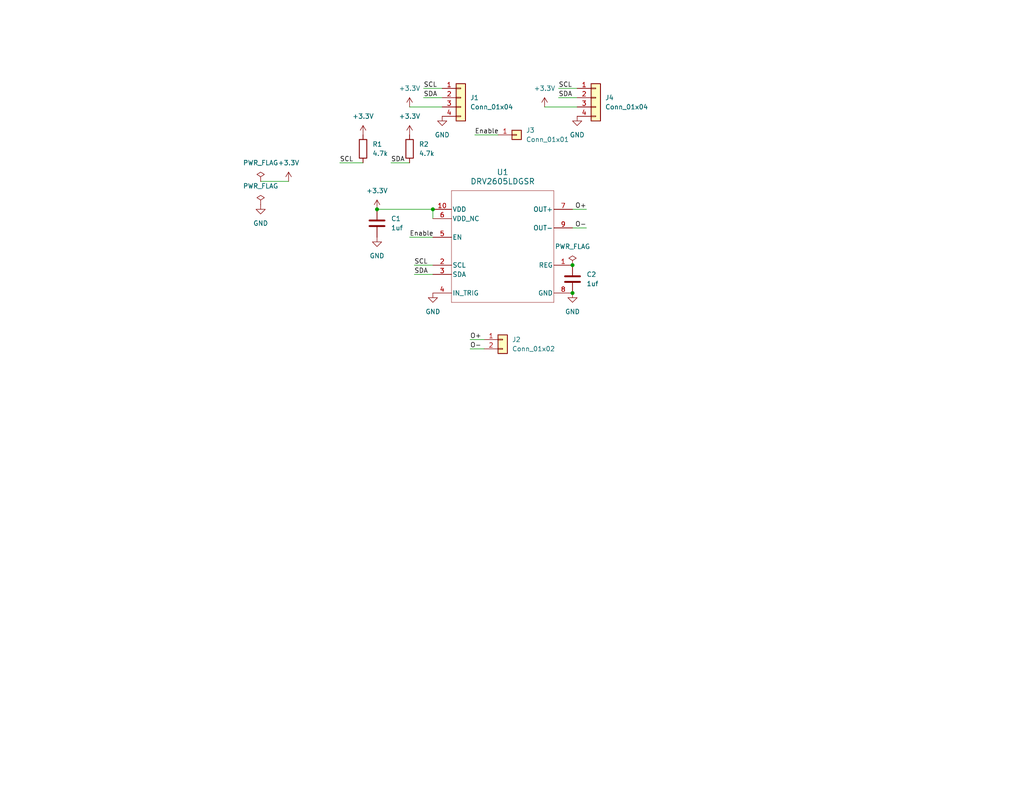
<source format=kicad_sch>
(kicad_sch (version 20230121) (generator eeschema)
  (paper "A")
  (title_block (title "DRV2605 Add-on Board for GP2040-CE") (date "2023-06-11") (rev "0") (company "BecauseI'mClever"))
  (lib_symbols
    (symbol "Connector_Generic:Conn_01x01" (pin_names (offset 1.016) hide)
      (property "Reference" "J" (at 0 2.54 0))
      (property "Value" "Conn_01x01" (at 0 -2.54 0))
      (symbol "Conn_01x01_1_1"
        (rectangle (start -1.27 0.127) (end 0 -0.127) (stroke (width 0.1524)))
        (rectangle (start -1.27 1.27) (end 1.27 -1.27) (stroke (width 0.254)) (fill (type background)))
        (pin passive line (at -5.08 0 0) (length 3.81) (name "Pin_1") (number "1"))
      )
    )
    (symbol "Connector_Generic:Conn_01x02" (pin_names (offset 1.016) hide)
      (property "Reference" "J" (at 0 2.54 0))
      (property "Value" "Conn_01x02" (at 0 -5.08 0))
      (symbol "Conn_01x02_1_1"
        (rectangle (start -1.27 -2.413) (end 0 -2.667) (stroke (width 0.1524)))
        (rectangle (start -1.27 0.127) (end 0 -0.127) (stroke (width 0.1524)))
        (rectangle (start -1.27 1.27) (end 1.27 -3.81) (stroke (width 0.254)) (fill (type background)))
        (pin passive line (at -5.08 0 0) (length 3.81) (name "Pin_1") (number "1"))
        (pin passive line (at -5.08 -2.54 0) (length 3.81) (name "Pin_2") (number "2"))
      )
    )
    (symbol "Connector_Generic:Conn_01x04" (pin_names (offset 1.016) hide)
      (property "Reference" "J" (at 0 5.08 0))
      (property "Value" "Conn_01x04" (at 0 -7.62 0))
      (symbol "Conn_01x04_1_1"
        (rectangle (start -1.27 -4.953) (end 0 -5.207) (stroke (width 0.1524)))
        (rectangle (start -1.27 -2.413) (end 0 -2.667) (stroke (width 0.1524)))
        (rectangle (start -1.27 0.127) (end 0 -0.127) (stroke (width 0.1524)))
        (rectangle (start -1.27 2.667) (end 0 2.413) (stroke (width 0.1524)))
        (rectangle (start -1.27 3.81) (end 1.27 -6.35) (stroke (width 0.254)) (fill (type background)))
        (pin passive line (at -5.08 2.54 0) (length 3.81) (name "Pin_1") (number "1"))
        (pin passive line (at -5.08 0 0) (length 3.81) (name "Pin_2") (number "2"))
        (pin passive line (at -5.08 -2.54 0) (length 3.81) (name "Pin_3") (number "3"))
        (pin passive line (at -5.08 -5.08 0) (length 3.81) (name "Pin_4") (number "4"))
      )
    )
    (symbol "DRV2605:DRV2605LDGSR" (pin_names (offset 0.254))
      (property "Reference" "U" (at 0 2.54 0))
      (property "Value" "DRV2605LDGSR" (at 0 0 0))
      (symbol "DRV2605LDGSR_0_1"
        (polyline (pts (xy -12.7 -15.24) (xy 15.24 -15.24)) (stroke (width 0.1016)))
        (polyline (pts (xy -12.7 15.24) (xy -12.7 -15.24)) (stroke (width 0.1016)))
        (polyline (pts (xy 15.24 -15.24) (xy 15.24 15.24)) (stroke (width 0.1016)))
        (polyline (pts (xy 15.24 15.24) (xy -12.7 15.24)) (stroke (width 0.1016)))
        (pin power_in line (at 20.32 -5.08 180) (length 5.08) (name "REG") (number "1"))
        (pin power_in line (at -17.78 10.16 0) (length 5.08) (name "VDD") (number "10"))
        (pin input line (at -17.78 -5.08 0) (length 5.08) (name "SCL") (number "2"))
        (pin bidirectional line (at -17.78 -7.62 0) (length 5.08) (name "SDA") (number "3"))
        (pin input line (at -17.78 -12.7 0) (length 5.08) (name "IN_TRIG") (number "4"))
        (pin input line (at -17.78 2.54 0) (length 5.08) (name "EN") (number "5"))
        (pin power_in line (at -17.78 7.62 0) (length 5.08) (name "VDD_NC") (number "6"))
        (pin output line (at 20.32 10.16 180) (length 5.08) (name "OUT+") (number "7"))
        (pin power_in line (at 20.32 -12.7 180) (length 5.08) (name "GND") (number "8"))
        (pin output line (at 20.32 5.08 180) (length 5.08) (name "OUT-") (number "9"))
      )
    )
    (symbol "Device:C" (pin_numbers hide) (pin_names (offset 0.254))
      (property "Reference" "C" (at 0.635 2.54 0))
      (property "Value" "C" (at 0.635 -2.54 0))
      (symbol "C_0_1"
        (polyline (pts (xy -2.032 -0.762) (xy 2.032 -0.762)) (stroke (width 0.508)))
        (polyline (pts (xy -2.032 0.762) (xy 2.032 0.762)) (stroke (width 0.508)))
      )
      (symbol "C_1_1"
        (pin passive line (at 0 3.81 270) (length 2.794) (name "~") (number "1"))
        (pin passive line (at 0 -3.81 90) (length 2.794) (name "~") (number "2"))
      )
    )
    (symbol "Device:R" (pin_numbers hide) (pin_names (offset 0))
      (property "Reference" "R" (at 2.032 0 90))
      (property "Value" "R" (at 0 0 90))
      (symbol "R_0_1"
        (rectangle (start -1.016 -2.54) (end 1.016 2.54) (stroke (width 0.254)))
      )
      (symbol "R_1_1"
        (pin passive line (at 0 3.81 270) (length 1.27) (name "~") (number "1"))
        (pin passive line (at 0 -3.81 90) (length 1.27) (name "~") (number "2"))
      )
    )
    (symbol "power:+3.3V" (power) (pin_names (offset 0))
      (property "Value" "+3.3V" (at 0 3.556 0))
      (symbol "+3.3V_0_1"
        (polyline (pts (xy -0.762 1.27) (xy 0 2.54)))
        (polyline (pts (xy 0 0) (xy 0 2.54)))
        (polyline (pts (xy 0 2.54) (xy 0.762 1.27)))
      )
      (symbol "+3.3V_1_1"
        (pin power_in line (at 0 0 90) (length 0) hide (name "+3.3V") (number "1"))
      )
    )
    (symbol "power:GND" (power) (pin_names (offset 0))
      (property "Value" "GND" (at 0 -3.81 0))
      (symbol "GND_0_1"
        (polyline (pts (xy 0 0) (xy 0 -1.27) (xy 1.27 -1.27) (xy 0 -2.54) (xy -1.27 -1.27) (xy 0 -1.27)))
      )
      (symbol "GND_1_1"
        (pin power_in line (at 0 0 270) (length 0) hide (name "GND") (number "1"))
      )
    )
    (symbol "power:PWR_FLAG" (power) (pin_numbers hide) (pin_names (offset 0) hide)
      (property "Value" "PWR_FLAG" (at 0 3.81 0))
      (symbol "PWR_FLAG_0_0"
        (pin power_out line (at 0 0 90) (length 0) (name "pwr") (number "1"))
      )
      (symbol "PWR_FLAG_0_1"
        (polyline (pts (xy 0 0) (xy 0 1.27) (xy -1.016 1.905) (xy 0 2.54) (xy 1.016 1.905) (xy 0 1.27)))
      )
    )
  )
  (junction (at 156.21 80.01))
  (junction (at 118.11 57.15))
  (junction (at 102.87 57.15))
  (junction (at 156.21 72.39))
  (wire (pts (xy 152.4 26.67) (xy 157.48 26.67)))
  (wire (pts (xy 111.76 64.77) (xy 118.11 64.77)))
  (wire (pts (xy 115.57 24.13) (xy 120.65 24.13)))
  (wire (pts (xy 113.03 72.39) (xy 118.11 72.39)))
  (wire (pts (xy 128.27 92.71) (xy 132.08 92.71)))
  (wire (pts (xy 111.76 29.21) (xy 120.65 29.21)))
  (wire (pts (xy 113.03 74.93) (xy 118.11 74.93)))
  (wire (pts (xy 102.87 57.15) (xy 118.11 57.15)))
  (wire (pts (xy 129.54 36.83) (xy 135.89 36.83)))
  (wire (pts (xy 92.71 44.45) (xy 99.06 44.45)))
  (wire (pts (xy 128.27 95.25) (xy 132.08 95.25)))
  (wire (pts (xy 160.02 62.23) (xy 156.21 62.23)))
  (wire (pts (xy 148.59 29.21) (xy 157.48 29.21)))
  (wire (pts (xy 71.12 49.53) (xy 78.74 49.53)))
  (wire (pts (xy 152.4 24.13) (xy 157.48 24.13)))
  (wire (pts (xy 115.57 26.67) (xy 120.65 26.67)))
  (wire (pts (xy 106.68 44.45) (xy 111.76 44.45)))
  (wire (pts (xy 118.11 57.15) (xy 118.11 59.69)))
  (wire (pts (xy 160.02 57.15) (xy 156.21 57.15)))
  (label "SDA" (at 115.57 26.67 0))
  (label "SDA" (at 152.4 26.67 0))
  (label "O+" (at 160.02 57.15 180))
  (label "O+" (at 128.27 92.71 0))
  (label "O-" (at 128.27 95.25 0))
  (label "Enable" (at 111.76 64.77 0))
  (label "SDA" (at 106.68 44.45 0))
  (label "SCL" (at 92.71 44.45 0))
  (label "SDA" (at 113.03 74.93 0))
  (label "SCL" (at 115.57 24.13 0))
  (label "SCL" (at 152.4 24.13 0))
  (label "Enable" (at 129.54 36.83 0))
  (label "O-" (at 160.02 62.23 180))
  (label "SCL" (at 113.03 72.39 0))
  (symbol (lib_id "DRV2605:DRV2605LDGSR") (at 135.89 67.31 0) (unit 1)
    (property "Reference" "U1" (at 137.16 46.99 0) (effects (font (size 1.524 1.524))))
    (property "Value" "DRV2605LDGSR" (at 137.16 49.53 0) (effects (font (size 1.524 1.524))))
    (property "Footprint" "DRV2605:DGS0010A" (effects hide))
    (property "Datasheet" "DRV2605LDGSR" (effects hide))
  )
  (symbol (lib_id "Connector_Generic:Conn_01x01") (at 140.97 36.83 0) (unit 1)
    (property "Reference" "J3" (at 143.51 35.56 0) (effects (justify left)))
    (property "Value" "Conn_01x01" (at 143.51 38.1 0) (effects (justify left)))
    (property "Footprint" "Connector_PinHeader_2.54mm:PinHeader_1x01_P2.54mm_Vertical" (effects hide))
  )
  (symbol (lib_id "Connector_Generic:Conn_01x02") (at 137.16 92.71 0) (unit 1)
    (property "Reference" "J2" (at 139.7 92.71 0) (effects (justify left)))
    (property "Value" "Conn_01x02" (at 139.7 95.25 0) (effects (justify left)))
    (property "Footprint" "Connector_JST:JST_SH_SM02B-SRSS-TB_1x02-1MP_P1.00mm_Horizontal" (effects hide))
  )
  (symbol (lib_id "Device:C") (at 156.21 76.2 0) (unit 1)
    (property "Reference" "C2" (at 160.02 74.93 0) (effects (justify left)))
    (property "Value" "1uf" (at 160.02 77.47 0) (effects (justify left)))
    (property "Footprint" "Capacitor_SMD:C_0603_1608Metric_Pad1.08x0.95mm_HandSolder" (effects hide))
  )
  (symbol (lib_id "Device:R") (at 111.76 40.64 0) (unit 1)
    (property "Reference" "R2" (at 114.3 39.37 0) (effects (justify left)))
    (property "Value" "4.7k" (at 114.3 41.91 0) (effects (justify left)))
    (property "Footprint" "Resistor_SMD:R_0603_1608Metric_Pad0.98x0.95mm_HandSolder" (effects hide))
  )
  (symbol (lib_id "Device:C") (at 102.87 60.96 0) (unit 1)
    (property "Reference" "C1" (at 106.68 59.69 0) (effects (justify left)))
    (property "Value" "1uf" (at 106.68 62.23 0) (effects (justify left)))
    (property "Footprint" "Capacitor_SMD:C_0603_1608Metric_Pad1.08x0.95mm_HandSolder" (effects hide))
  )
  (symbol (lib_id "power:+3.3V") (at 111.76 29.21 0) (unit 1)
    (property "Reference" "#PWR04" (effects hide))
    (property "Value" "+3.3V" (at 111.76 24.13 0))
  )
  (symbol (lib_id "power:+3.3V") (at 111.76 36.83 0) (unit 1)
    (property "Reference" "#PWR05" (effects hide))
    (property "Value" "+3.3V" (at 111.76 31.75 0))
  )
  (symbol (lib_id "Connector_Generic:Conn_01x04") (at 162.56 26.67 0) (unit 1)
    (property "Reference" "J4" (at 165.1 26.67 0) (effects (justify left)))
    (property "Value" "Conn_01x04" (at 165.1 29.21 0) (effects (justify left)))
    (property "Footprint" "Connector_JST:JST_SH_SM04B-SRSS-TB_1x04-1MP_P1.00mm_Horizontal" (effects hide))
  )
  (symbol (lib_id "power:GND") (at 120.65 31.75 0) (unit 1)
    (property "Reference" "#PWR07" (effects hide))
    (property "Value" "GND" (at 120.65 36.83 0))
  )
  (symbol (lib_id "power:GND") (at 71.12 55.88 0) (unit 1)
    (property "Reference" "#PWR012" (effects hide))
    (property "Value" "GND" (at 71.12 60.96 0))
  )
  (symbol (lib_id "power:PWR_FLAG") (at 71.12 49.53 0) (unit 1)
    (property "Reference" "#FLG01" (effects hide))
    (property "Value" "PWR_FLAG" (at 71.12 44.45 0))
  )
  (symbol (lib_id "power:GND") (at 157.48 31.75 0) (unit 1)
    (property "Reference" "#PWR010" (effects hide))
    (property "Value" "GND" (at 157.48 36.83 0))
  )
  (symbol (lib_id "power:+3.3V") (at 78.74 49.53 0) (unit 1)
    (property "Reference" "#PWR011" (effects hide))
    (property "Value" "+3.3V" (at 78.74 44.45 0))
  )
  (symbol (lib_id "power:PWR_FLAG") (at 156.21 72.39 0) (unit 1)
    (property "Reference" "#FLG03" (effects hide))
    (property "Value" "PWR_FLAG" (at 156.21 67.31 0))
  )
  (symbol (lib_id "power:+3.3V") (at 148.59 29.21 0) (unit 1)
    (property "Reference" "#PWR08" (effects hide))
    (property "Value" "+3.3V" (at 148.59 24.13 0))
  )
  (symbol (lib_id "power:GND") (at 118.11 80.01 0) (unit 1)
    (property "Reference" "#PWR06" (effects hide))
    (property "Value" "GND" (at 118.11 85.09 0))
  )
  (symbol (lib_id "power:GND") (at 156.21 80.01 0) (unit 1)
    (property "Reference" "#PWR09" (effects hide))
    (property "Value" "GND" (at 156.21 85.09 0))
  )
  (symbol (lib_id "power:GND") (at 102.87 64.77 0) (unit 1)
    (property "Reference" "#PWR03" (effects hide))
    (property "Value" "GND" (at 102.87 69.85 0))
  )
  (symbol (lib_id "power:PWR_FLAG") (at 71.12 55.88 0) (unit 1)
    (property "Reference" "#FLG02" (effects hide))
    (property "Value" "PWR_FLAG" (at 71.12 50.8 0))
  )
  (symbol (lib_id "Connector_Generic:Conn_01x04") (at 125.73 26.67 0) (unit 1)
    (property "Reference" "J1" (at 128.27 26.67 0) (effects (justify left)))
    (property "Value" "Conn_01x04" (at 128.27 29.21 0) (effects (justify left)))
    (property "Footprint" "Connector_JST:JST_SH_SM04B-SRSS-TB_1x04-1MP_P1.00mm_Horizontal" (effects hide))
  )
  (symbol (lib_id "power:+3.3V") (at 102.87 57.15 0) (unit 1)
    (property "Reference" "#PWR02" (effects hide))
    (property "Value" "+3.3V" (at 102.87 52.07 0))
  )
  (symbol (lib_id "power:+3.3V") (at 99.06 36.83 0) (unit 1)
    (property "Reference" "#PWR01" (effects hide))
    (property "Value" "+3.3V" (at 99.06 31.75 0))
  )
  (symbol (lib_id "Device:R") (at 99.06 40.64 0) (unit 1)
    (property "Reference" "R1" (at 101.6 39.37 0) (effects (justify left)))
    (property "Value" "4.7k" (at 101.6 41.91 0) (effects (justify left)))
    (property "Footprint" "Resistor_SMD:R_0603_1608Metric_Pad0.98x0.95mm_HandSolder" (effects hide))
  )
)
</source>
